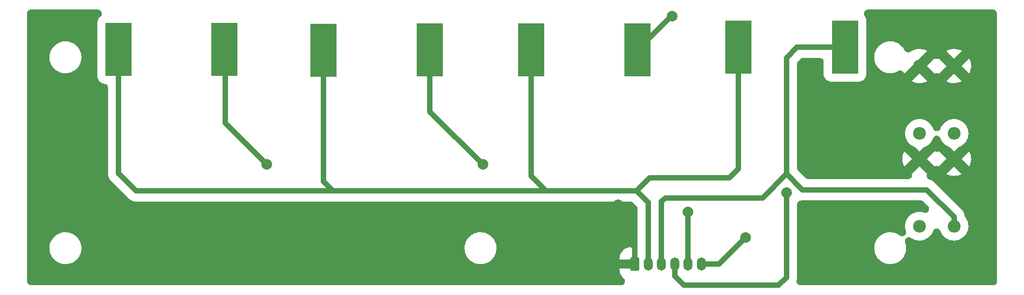
<source format=gbr>
%TF.GenerationSoftware,KiCad,Pcbnew,(6.0.7)*%
%TF.CreationDate,2022-09-07T14:12:01+02:00*%
%TF.ProjectId,Lunchbox_Sampler_FSR_PCB,4c756e63-6862-46f7-985f-53616d706c65,rev?*%
%TF.SameCoordinates,Original*%
%TF.FileFunction,Copper,L1,Top*%
%TF.FilePolarity,Positive*%
%FSLAX46Y46*%
G04 Gerber Fmt 4.6, Leading zero omitted, Abs format (unit mm)*
G04 Created by KiCad (PCBNEW (6.0.7)) date 2022-09-07 14:12:01*
%MOMM*%
%LPD*%
G01*
G04 APERTURE LIST*
G04 Aperture macros list*
%AMRoundRect*
0 Rectangle with rounded corners*
0 $1 Rounding radius*
0 $2 $3 $4 $5 $6 $7 $8 $9 X,Y pos of 4 corners*
0 Add a 4 corners polygon primitive as box body*
4,1,4,$2,$3,$4,$5,$6,$7,$8,$9,$2,$3,0*
0 Add four circle primitives for the rounded corners*
1,1,$1+$1,$2,$3*
1,1,$1+$1,$4,$5*
1,1,$1+$1,$6,$7*
1,1,$1+$1,$8,$9*
0 Add four rect primitives between the rounded corners*
20,1,$1+$1,$2,$3,$4,$5,0*
20,1,$1+$1,$4,$5,$6,$7,0*
20,1,$1+$1,$6,$7,$8,$9,0*
20,1,$1+$1,$8,$9,$2,$3,0*%
G04 Aperture macros list end*
%TA.AperFunction,SMDPad,CuDef*%
%ADD10R,5.000000X10.000000*%
%TD*%
%TA.AperFunction,ComponentPad*%
%ADD11C,2.400000*%
%TD*%
%TA.AperFunction,ComponentPad*%
%ADD12O,2.400000X2.400000*%
%TD*%
%TA.AperFunction,ComponentPad*%
%ADD13RoundRect,0.250000X-0.600000X-1.000000X0.600000X-1.000000X0.600000X1.000000X-0.600000X1.000000X0*%
%TD*%
%TA.AperFunction,ComponentPad*%
%ADD14O,1.700000X2.500000*%
%TD*%
%TA.AperFunction,ViaPad*%
%ADD15C,2.000000*%
%TD*%
%TA.AperFunction,Conductor*%
%ADD16C,1.000000*%
%TD*%
G04 APERTURE END LIST*
D10*
%TO.P,H13,1,1*%
%TO.N,Net-(H13-Pad1)*%
X151000000Y-115600000D03*
%TD*%
%TO.P,H14,1,1*%
%TO.N,Net-(H14-Pad1)*%
X190000000Y-115100000D03*
%TD*%
%TO.P,H5V1,1,1*%
%TO.N,Net-(H5V1-Pad1)*%
X53500000Y-115500000D03*
%TD*%
D11*
%TO.P,R4,1*%
%TO.N,GND*%
X210500000Y-136150000D03*
D12*
%TO.P,R4,2*%
%TO.N,Net-(H14-Pad1)*%
X210500000Y-148850000D03*
%TD*%
D10*
%TO.P,H12,1,1*%
%TO.N,Net-(H12-Pad1)*%
X112000000Y-115600000D03*
%TD*%
%TO.P,H5V3,1,1*%
%TO.N,Net-(H5V1-Pad1)*%
X131000000Y-115600000D03*
%TD*%
%TO.P,H11,1,1*%
%TO.N,Net-(H11-Pad1)*%
X73400000Y-115500000D03*
%TD*%
D11*
%TO.P,R1,1*%
%TO.N,GND*%
X204000000Y-118650000D03*
D12*
%TO.P,R1,2*%
%TO.N,Net-(H13-Pad1)*%
X204000000Y-131350000D03*
%TD*%
D13*
%TO.P,J?3=FSR4;6=FSR1,1,1*%
%TO.N,GND*%
X150500000Y-156000000D03*
D14*
%TO.P,J?3=FSR4;6=FSR1,2,2*%
%TO.N,Net-(H5V1-Pad1)*%
X153000000Y-156000000D03*
%TO.P,J?3=FSR4;6=FSR1,3,3*%
%TO.N,Net-(H14-Pad1)*%
X155500000Y-156000000D03*
%TO.P,J?3=FSR4;6=FSR1,4,4*%
%TO.N,Net-(H13-Pad1)*%
X158000000Y-156000000D03*
%TO.P,J?3=FSR4;6=FSR1,5,5*%
%TO.N,Net-(H12-Pad1)*%
X160500000Y-156000000D03*
%TO.P,J?3=FSR4;6=FSR1,6,6*%
%TO.N,Net-(H11-Pad1)*%
X163000000Y-156000000D03*
%TD*%
D11*
%TO.P,R3,1*%
%TO.N,GND*%
X204000000Y-136150000D03*
D12*
%TO.P,R3,2*%
%TO.N,Net-(H12-Pad1)*%
X204000000Y-148850000D03*
%TD*%
D10*
%TO.P,H5V2,1,1*%
%TO.N,Net-(H5V1-Pad1)*%
X92000000Y-115700000D03*
%TD*%
D11*
%TO.P,R2,1*%
%TO.N,GND*%
X210500000Y-118650000D03*
D12*
%TO.P,R2,2*%
%TO.N,Net-(H11-Pad1)*%
X210500000Y-131350000D03*
%TD*%
D10*
%TO.P,H5V4,1,1*%
%TO.N,Net-(H5V1-Pad1)*%
X170000000Y-115100000D03*
%TD*%
D15*
%TO.N,Net-(H11-Pad1)*%
X171320000Y-151000000D03*
X81280000Y-137160000D03*
%TO.N,Net-(H12-Pad1)*%
X160500000Y-146160000D03*
X121920000Y-137160000D03*
%TO.N,Net-(H13-Pad1)*%
X157480000Y-109220000D03*
X179000000Y-142500000D03*
%TO.N,GND*%
X147320000Y-144780000D03*
%TD*%
D16*
%TO.N,Net-(H11-Pad1)*%
X81280000Y-137160000D02*
X73500000Y-129380000D01*
X73500000Y-129380000D02*
X73500000Y-115600000D01*
%TO.N,Net-(H12-Pad1)*%
X112000000Y-115600000D02*
X112000000Y-127240000D01*
X112000000Y-127240000D02*
X121920000Y-137160000D01*
%TO.N,Net-(H11-Pad1)*%
X171320000Y-151000000D02*
X166320000Y-156000000D01*
X166320000Y-156000000D02*
X163000000Y-156000000D01*
%TO.N,Net-(H12-Pad1)*%
X160500000Y-146160000D02*
X160500000Y-156000000D01*
%TO.N,Net-(H14-Pad1)*%
X210500000Y-147110000D02*
X210500000Y-148850000D01*
X179000000Y-139000000D02*
X174500000Y-143500000D01*
X156220000Y-143500000D02*
X155500000Y-144220000D01*
X179000000Y-139000000D02*
X182000000Y-142000000D01*
X205390000Y-142000000D02*
X210500000Y-147110000D01*
X179000000Y-117100000D02*
X181000000Y-115100000D01*
X188500000Y-115100000D02*
X190000000Y-115100000D01*
X182000000Y-142000000D02*
X205390000Y-142000000D01*
X155500000Y-144220000D02*
X155500000Y-156000000D01*
X174500000Y-143500000D02*
X156220000Y-143500000D01*
X179000000Y-139000000D02*
X179000000Y-117100000D01*
X181000000Y-115100000D02*
X190000000Y-115100000D01*
%TO.N,Net-(H5V1-Pad1)*%
X53500000Y-115500000D02*
X53500000Y-138900000D01*
X153300000Y-139700000D02*
X150800000Y-142200000D01*
X131000000Y-139400000D02*
X133800000Y-142200000D01*
X53500000Y-138900000D02*
X56800000Y-142200000D01*
X92000000Y-115700000D02*
X92000000Y-140400000D01*
X92000000Y-140400000D02*
X93800000Y-142200000D01*
X153000000Y-144400000D02*
X150800000Y-142200000D01*
X168300000Y-139700000D02*
X153300000Y-139700000D01*
X56800000Y-142200000D02*
X93800000Y-142200000D01*
X153000000Y-156000000D02*
X153000000Y-144400000D01*
X93800000Y-142200000D02*
X150800000Y-142200000D01*
X170000000Y-115100000D02*
X170000000Y-138000000D01*
X170000000Y-138000000D02*
X168300000Y-139700000D01*
X131000000Y-115600000D02*
X131000000Y-139400000D01*
%TO.N,Net-(H13-Pad1)*%
X157380000Y-109220000D02*
X151000000Y-115600000D01*
X179000000Y-142500000D02*
X179000000Y-158500000D01*
X158000000Y-158270000D02*
X158000000Y-156000000D01*
X179000000Y-158500000D02*
X177500000Y-160000000D01*
X177500000Y-160000000D02*
X159730000Y-160000000D01*
X159730000Y-160000000D02*
X158000000Y-158270000D01*
X157480000Y-109220000D02*
X157380000Y-109220000D01*
%TO.N,GND*%
X150500000Y-156000000D02*
X150500000Y-147960000D01*
X150500000Y-147960000D02*
X147320000Y-144780000D01*
%TD*%
%TA.AperFunction,Conductor*%
%TO.N,GND*%
G36*
X218003231Y-108020689D02*
G01*
X218166651Y-108080169D01*
X218311948Y-108175733D01*
X218431290Y-108302228D01*
X218518244Y-108452836D01*
X218568121Y-108619438D01*
X218579500Y-108749500D01*
X218579500Y-159250500D01*
X218559311Y-159423231D01*
X218499831Y-159586651D01*
X218404267Y-159731948D01*
X218277772Y-159851290D01*
X218127164Y-159938244D01*
X217960562Y-159988121D01*
X217830500Y-159999500D01*
X181646736Y-159999500D01*
X181474005Y-159979311D01*
X181310585Y-159919831D01*
X181165288Y-159824267D01*
X181045946Y-159697772D01*
X180958992Y-159547164D01*
X180909115Y-159380562D01*
X180899003Y-159206950D01*
X180919820Y-159069961D01*
X180920494Y-159067247D01*
X180925971Y-159045197D01*
X180935278Y-159011177D01*
X180957309Y-158937511D01*
X180961248Y-158911308D01*
X180965783Y-158891021D01*
X180969359Y-158870530D01*
X180975745Y-158844823D01*
X180983575Y-158768396D01*
X180988000Y-158733375D01*
X180995489Y-158683563D01*
X180995490Y-158683551D01*
X180999428Y-158657358D01*
X180999786Y-158611754D01*
X180999851Y-158609538D01*
X181000500Y-158603210D01*
X181000500Y-158523758D01*
X181000523Y-158517878D01*
X181001498Y-158393743D01*
X181001498Y-158393731D01*
X181001652Y-158374067D01*
X181000643Y-158366556D01*
X181000500Y-158362002D01*
X181000500Y-144741537D01*
X181020689Y-144568806D01*
X181080169Y-144405386D01*
X181175733Y-144260089D01*
X181302228Y-144140747D01*
X181452836Y-144053793D01*
X181619438Y-144003916D01*
X181808275Y-143994847D01*
X181816452Y-143995491D01*
X181842642Y-143999428D01*
X181876695Y-143999696D01*
X181888264Y-143999787D01*
X181890458Y-143999852D01*
X181896790Y-144000500D01*
X181976176Y-144000500D01*
X181982060Y-144000523D01*
X182125933Y-144001653D01*
X182133451Y-144000643D01*
X182138009Y-144000500D01*
X204251119Y-144000500D01*
X204423850Y-144020689D01*
X204587270Y-144080169D01*
X204732567Y-144175733D01*
X204780742Y-144219877D01*
X205602669Y-145041804D01*
X205710532Y-145178220D01*
X205784029Y-145335833D01*
X205819196Y-145506147D01*
X205814138Y-145679981D01*
X205769127Y-145847962D01*
X205686591Y-146001036D01*
X205570978Y-146130949D01*
X205428522Y-146230698D01*
X205266901Y-146294905D01*
X205094830Y-146320110D01*
X204921585Y-146304953D01*
X204847193Y-146285564D01*
X204844344Y-146284663D01*
X204659085Y-146226073D01*
X204533569Y-146202470D01*
X204361248Y-146170065D01*
X204361241Y-146170064D01*
X204339081Y-146165897D01*
X204014166Y-146144601D01*
X203991635Y-146145841D01*
X203991634Y-146145841D01*
X203711570Y-146161254D01*
X203711564Y-146161255D01*
X203689045Y-146162494D01*
X203547695Y-146187545D01*
X203390631Y-146215380D01*
X203390627Y-146215381D01*
X203368429Y-146219315D01*
X203056961Y-146314244D01*
X203036337Y-146323362D01*
X203036331Y-146323364D01*
X202960766Y-146356771D01*
X202759153Y-146445903D01*
X202575339Y-146555260D01*
X202539884Y-146576354D01*
X202479319Y-146612386D01*
X202461461Y-146626163D01*
X202461460Y-146626164D01*
X202260889Y-146780904D01*
X202221513Y-146811282D01*
X201989469Y-147039710D01*
X201786548Y-147294360D01*
X201615690Y-147571544D01*
X201479369Y-147867247D01*
X201472459Y-147888703D01*
X201472458Y-147888707D01*
X201463915Y-147915236D01*
X201379560Y-148177185D01*
X201317709Y-148496870D01*
X201294712Y-148821669D01*
X201295833Y-148844188D01*
X201295833Y-148844192D01*
X201298533Y-148898420D01*
X201310902Y-149146879D01*
X201314721Y-149169106D01*
X201314722Y-149169112D01*
X201325391Y-149231199D01*
X201366045Y-149467789D01*
X201372511Y-149489409D01*
X201372511Y-149489410D01*
X201458786Y-149777893D01*
X201488935Y-149949167D01*
X201478773Y-150122777D01*
X201428848Y-150289363D01*
X201341850Y-150439946D01*
X201222471Y-150566407D01*
X201077146Y-150661928D01*
X200913710Y-150721361D01*
X200740973Y-150741500D01*
X200568247Y-150721260D01*
X200404845Y-150661733D01*
X200279029Y-150581913D01*
X200232315Y-150545284D01*
X200232298Y-150545272D01*
X200215328Y-150531966D01*
X200036858Y-150422600D01*
X199938697Y-150362447D01*
X199938695Y-150362446D01*
X199920291Y-150351168D01*
X199606430Y-150205478D01*
X199277903Y-150096828D01*
X199256782Y-150092454D01*
X198960192Y-150031033D01*
X198960189Y-150031033D01*
X198939065Y-150026658D01*
X198917579Y-150024740D01*
X198917576Y-150024740D01*
X198841925Y-150017988D01*
X198634767Y-149999500D01*
X198411811Y-149999500D01*
X198401059Y-150000120D01*
X198401058Y-150000120D01*
X198176083Y-150013092D01*
X198176079Y-150013092D01*
X198154547Y-150014334D01*
X197813672Y-150073826D01*
X197792983Y-150079954D01*
X197792976Y-150079956D01*
X197664532Y-150118003D01*
X197481894Y-150172103D01*
X197462047Y-150180569D01*
X197462040Y-150180571D01*
X197206981Y-150289363D01*
X197163611Y-150307862D01*
X196863041Y-150479304D01*
X196845646Y-150492082D01*
X196601553Y-150671386D01*
X196601548Y-150671390D01*
X196584168Y-150684157D01*
X196568372Y-150698835D01*
X196568369Y-150698838D01*
X196518180Y-150745477D01*
X196330688Y-150919705D01*
X196105962Y-151182826D01*
X195912967Y-151470033D01*
X195903071Y-151489206D01*
X195771884Y-151743375D01*
X195754261Y-151777518D01*
X195631950Y-152101207D01*
X195547652Y-152436810D01*
X195544835Y-152458205D01*
X195544834Y-152458212D01*
X195511016Y-152715094D01*
X195502487Y-152779876D01*
X195502148Y-152801442D01*
X195502148Y-152801444D01*
X195498447Y-153036986D01*
X195497051Y-153125861D01*
X195531419Y-153470177D01*
X195605133Y-153808261D01*
X195612122Y-153828674D01*
X195612123Y-153828678D01*
X195628963Y-153877864D01*
X195717217Y-154135633D01*
X195726505Y-154155106D01*
X195726508Y-154155113D01*
X195856899Y-154428482D01*
X195866186Y-154447952D01*
X196050064Y-154741079D01*
X196063549Y-154757911D01*
X196063554Y-154757918D01*
X196252925Y-154994291D01*
X196266415Y-155011129D01*
X196512371Y-155254523D01*
X196784672Y-155468034D01*
X196803070Y-155479308D01*
X197058257Y-155635686D01*
X197079709Y-155648832D01*
X197393570Y-155794522D01*
X197722097Y-155903172D01*
X197743217Y-155907546D01*
X197743218Y-155907546D01*
X198039808Y-155968967D01*
X198039811Y-155968967D01*
X198060935Y-155973342D01*
X198082421Y-155975260D01*
X198082424Y-155975260D01*
X198157464Y-155981957D01*
X198365233Y-156000500D01*
X198588189Y-156000500D01*
X198613874Y-155999019D01*
X198823917Y-155986908D01*
X198823921Y-155986908D01*
X198845453Y-155985666D01*
X199186328Y-155926174D01*
X199207017Y-155920046D01*
X199207024Y-155920044D01*
X199335468Y-155881997D01*
X199518106Y-155827897D01*
X199537953Y-155819431D01*
X199537960Y-155819429D01*
X199816536Y-155700606D01*
X199836389Y-155692138D01*
X200136959Y-155520696D01*
X200197802Y-155476002D01*
X200398447Y-155328614D01*
X200398452Y-155328610D01*
X200415832Y-155315843D01*
X200669312Y-155080295D01*
X200894038Y-154817174D01*
X201087033Y-154529967D01*
X201125220Y-154455981D01*
X201235844Y-154241654D01*
X201235847Y-154241647D01*
X201245739Y-154222482D01*
X201368050Y-153898793D01*
X201397858Y-153780123D01*
X201447090Y-153584124D01*
X201447091Y-153584119D01*
X201452348Y-153563190D01*
X201455166Y-153541788D01*
X201494697Y-153241517D01*
X201494698Y-153241510D01*
X201497513Y-153220124D01*
X201502949Y-152874139D01*
X201481136Y-152655603D01*
X201470725Y-152551302D01*
X201470725Y-152551301D01*
X201468581Y-152529823D01*
X201394867Y-152191739D01*
X201299546Y-151913327D01*
X201262697Y-151743375D01*
X201266036Y-151569500D01*
X201309383Y-151401081D01*
X201390401Y-151247199D01*
X201504724Y-151116149D01*
X201646187Y-151014996D01*
X201807164Y-150949193D01*
X201978977Y-150922288D01*
X202152364Y-150935731D01*
X202317977Y-150988797D01*
X202430992Y-151053826D01*
X202432792Y-151055276D01*
X202709078Y-151227583D01*
X202729499Y-151237127D01*
X202729506Y-151237131D01*
X202983627Y-151355900D01*
X203004063Y-151365451D01*
X203025496Y-151372477D01*
X203292040Y-151459855D01*
X203292046Y-151459857D01*
X203313474Y-151466881D01*
X203335594Y-151471281D01*
X203335598Y-151471282D01*
X203415393Y-151487154D01*
X203632830Y-151530405D01*
X203655335Y-151532117D01*
X203655336Y-151532117D01*
X203677133Y-151533775D01*
X203957505Y-151555102D01*
X203980050Y-151554098D01*
X203980052Y-151554098D01*
X204182139Y-151545098D01*
X204282795Y-151540615D01*
X204305045Y-151536912D01*
X204305051Y-151536911D01*
X204442697Y-151514000D01*
X204603989Y-151487154D01*
X204916434Y-151395493D01*
X204937159Y-151386589D01*
X205194871Y-151275867D01*
X205194876Y-151275864D01*
X205215604Y-151266959D01*
X205497165Y-151103415D01*
X205718783Y-150936111D01*
X205739037Y-150920821D01*
X205739039Y-150920820D01*
X205757040Y-150907230D01*
X205991464Y-150681245D01*
X206197040Y-150428733D01*
X206342176Y-150198708D01*
X206358750Y-150172440D01*
X206358753Y-150172435D01*
X206370792Y-150153354D01*
X206510202Y-149859095D01*
X206537999Y-149775777D01*
X206611817Y-149618313D01*
X206719958Y-149482118D01*
X206856593Y-149374532D01*
X207014355Y-149301357D01*
X207184741Y-149266537D01*
X207358564Y-149271949D01*
X207526453Y-149317301D01*
X207679358Y-149400149D01*
X207809036Y-149516026D01*
X207908494Y-149658686D01*
X207951883Y-149755419D01*
X207952878Y-149758137D01*
X207959341Y-149779749D01*
X208089439Y-150078242D01*
X208133595Y-150153354D01*
X208230712Y-150318555D01*
X208254455Y-150358944D01*
X208268133Y-150376866D01*
X208268136Y-150376871D01*
X208321062Y-150446220D01*
X208451998Y-150617788D01*
X208679208Y-150851025D01*
X208932792Y-151055276D01*
X209209078Y-151227583D01*
X209229499Y-151237127D01*
X209229506Y-151237131D01*
X209483627Y-151355900D01*
X209504063Y-151365451D01*
X209525496Y-151372477D01*
X209792040Y-151459855D01*
X209792046Y-151459857D01*
X209813474Y-151466881D01*
X209835594Y-151471281D01*
X209835598Y-151471282D01*
X209915393Y-151487154D01*
X210132830Y-151530405D01*
X210155335Y-151532117D01*
X210155336Y-151532117D01*
X210177133Y-151533775D01*
X210457505Y-151555102D01*
X210480050Y-151554098D01*
X210480052Y-151554098D01*
X210682139Y-151545098D01*
X210782795Y-151540615D01*
X210805045Y-151536912D01*
X210805051Y-151536911D01*
X210942697Y-151514000D01*
X211103989Y-151487154D01*
X211416434Y-151395493D01*
X211437159Y-151386589D01*
X211694871Y-151275867D01*
X211694876Y-151275864D01*
X211715604Y-151266959D01*
X211997165Y-151103415D01*
X212218783Y-150936111D01*
X212239037Y-150920821D01*
X212239039Y-150920820D01*
X212257040Y-150907230D01*
X212491464Y-150681245D01*
X212697040Y-150428733D01*
X212842176Y-150198708D01*
X212858750Y-150172440D01*
X212858753Y-150172435D01*
X212870792Y-150153354D01*
X213010202Y-149859095D01*
X213044791Y-149755419D01*
X213106116Y-149571606D01*
X213106118Y-149571597D01*
X213113251Y-149550218D01*
X213121635Y-149509195D01*
X213160850Y-149317301D01*
X213178446Y-149231199D01*
X213204843Y-148906658D01*
X213205436Y-148850000D01*
X213185841Y-148524977D01*
X213127342Y-148204663D01*
X213030784Y-147893696D01*
X213018925Y-147867247D01*
X212906802Y-147617178D01*
X212906799Y-147617173D01*
X212897567Y-147596582D01*
X212729621Y-147317624D01*
X212636935Y-147198778D01*
X212546631Y-147050155D01*
X212493035Y-146884712D01*
X212487268Y-146850944D01*
X212485601Y-146827407D01*
X212480027Y-146801516D01*
X212477093Y-146780904D01*
X212473197Y-146760480D01*
X212470085Y-146734186D01*
X212450389Y-146659901D01*
X212442153Y-146625594D01*
X212431552Y-146576354D01*
X212431549Y-146576344D01*
X212425975Y-146550453D01*
X212416808Y-146525604D01*
X212411011Y-146505652D01*
X212404267Y-146485954D01*
X212397478Y-146460348D01*
X212387153Y-146435964D01*
X212387150Y-146435956D01*
X212367509Y-146389572D01*
X212354522Y-146356771D01*
X212327920Y-146284663D01*
X212315348Y-146261362D01*
X212306798Y-146242425D01*
X212297337Y-146223856D01*
X212287011Y-146199473D01*
X212269306Y-146170065D01*
X212247382Y-146133649D01*
X212229904Y-146103008D01*
X212193393Y-146035340D01*
X212177654Y-146014031D01*
X212166522Y-145996490D01*
X212154552Y-145979459D01*
X212140889Y-145956764D01*
X212092365Y-145897161D01*
X212070760Y-145869307D01*
X212040816Y-145828767D01*
X212040815Y-145828766D01*
X212025078Y-145807460D01*
X211993057Y-145774932D01*
X211991572Y-145773357D01*
X211987547Y-145768413D01*
X211931364Y-145712230D01*
X211927222Y-145708055D01*
X211840146Y-145619601D01*
X211826334Y-145605570D01*
X211820305Y-145600969D01*
X211816985Y-145597851D01*
X206830539Y-140611405D01*
X206818207Y-140598779D01*
X206758079Y-140535748D01*
X206758076Y-140535746D01*
X206739801Y-140516588D01*
X206719011Y-140500199D01*
X206719005Y-140500193D01*
X206679435Y-140468999D01*
X206652244Y-140446505D01*
X206614204Y-140413496D01*
X206594209Y-140396145D01*
X206571965Y-140381783D01*
X206555337Y-140369298D01*
X206538123Y-140357599D01*
X206517320Y-140341199D01*
X206450870Y-140302602D01*
X206420776Y-140284160D01*
X206378465Y-140256840D01*
X206378461Y-140256838D01*
X206356211Y-140242471D01*
X206332157Y-140231382D01*
X206313925Y-140221359D01*
X206295241Y-140212206D01*
X206272346Y-140198907D01*
X206247809Y-140188968D01*
X206247802Y-140188965D01*
X206201125Y-140170059D01*
X206168737Y-140156044D01*
X206098933Y-140123864D01*
X206073561Y-140116276D01*
X206054111Y-140108927D01*
X206034318Y-140102496D01*
X206009768Y-140092552D01*
X205935185Y-140074026D01*
X205901129Y-140064708D01*
X205891520Y-140061834D01*
X205731817Y-139992995D01*
X205592295Y-139889182D01*
X205480475Y-139755990D01*
X205402384Y-139600602D01*
X205362234Y-139431393D01*
X205362189Y-139257486D01*
X205402250Y-139088256D01*
X205433931Y-139018820D01*
X205436404Y-139010041D01*
X209060589Y-139010041D01*
X209061083Y-139010595D01*
X209070197Y-139017179D01*
X209074147Y-139019175D01*
X209363655Y-139145658D01*
X209402787Y-139160211D01*
X209704652Y-139253655D01*
X209745168Y-139263757D01*
X210055564Y-139322967D01*
X210096980Y-139328493D01*
X210412007Y-139352733D01*
X210453794Y-139353609D01*
X210769578Y-139342581D01*
X210811176Y-139338795D01*
X211123769Y-139292636D01*
X211164682Y-139284238D01*
X211470196Y-139203517D01*
X211509915Y-139190611D01*
X211804506Y-139076347D01*
X211842558Y-139059086D01*
X211903920Y-139027007D01*
X211934791Y-139005974D01*
X211910030Y-138974244D01*
X210530847Y-137595061D01*
X210499471Y-137570253D01*
X210493220Y-137573624D01*
X210476879Y-137587335D01*
X209084828Y-138979386D01*
X209060589Y-139010041D01*
X205436404Y-139010041D01*
X205436818Y-139008573D01*
X205410030Y-138974244D01*
X204030847Y-137595061D01*
X203999471Y-137570253D01*
X203993220Y-137573624D01*
X203976879Y-137587335D01*
X202584828Y-138979386D01*
X202559532Y-139011379D01*
X202571660Y-139056641D01*
X202596865Y-139228712D01*
X202581709Y-139401958D01*
X202527008Y-139567038D01*
X202435711Y-139715054D01*
X202312741Y-139838025D01*
X202164726Y-139929323D01*
X201999646Y-139984025D01*
X201848182Y-139999500D01*
X183138880Y-139999500D01*
X182966149Y-139979311D01*
X182802729Y-139919831D01*
X182657432Y-139824267D01*
X182609257Y-139780123D01*
X181219877Y-138390743D01*
X181112014Y-138254327D01*
X181038517Y-138096714D01*
X181003350Y-137926400D01*
X181000500Y-137861120D01*
X181000500Y-136126157D01*
X200796146Y-136126157D01*
X200809378Y-136441859D01*
X200813454Y-136483427D01*
X200861796Y-136795696D01*
X200870480Y-136836550D01*
X200953327Y-137141476D01*
X200966516Y-137181123D01*
X201082833Y-137474910D01*
X201100356Y-137512832D01*
X201122433Y-137554352D01*
X201143871Y-137585352D01*
X201174535Y-137561251D01*
X202554939Y-136180847D01*
X202578910Y-136150529D01*
X205420253Y-136150529D01*
X205423624Y-136156780D01*
X205437335Y-136173121D01*
X206828585Y-137564371D01*
X206859961Y-137589179D01*
X206898119Y-137568605D01*
X207059739Y-137504399D01*
X207231811Y-137479196D01*
X207405056Y-137494354D01*
X207570136Y-137549057D01*
X207612892Y-137570686D01*
X207642167Y-137586691D01*
X207674535Y-137561251D01*
X209054939Y-136180847D01*
X209078910Y-136150529D01*
X211920253Y-136150529D01*
X211923624Y-136156780D01*
X211937335Y-136173121D01*
X213328585Y-137564371D01*
X213358363Y-137587916D01*
X213370226Y-137570974D01*
X213487648Y-137307243D01*
X213502482Y-137268192D01*
X213598025Y-136967000D01*
X213608414Y-136926537D01*
X213669785Y-136616592D01*
X213675603Y-136575197D01*
X213702697Y-136252536D01*
X213703975Y-136226404D01*
X213704859Y-136163082D01*
X213704312Y-136136935D01*
X213686236Y-135813625D01*
X213681579Y-135772109D01*
X213628886Y-135460567D01*
X213619626Y-135419810D01*
X213532534Y-135116084D01*
X213518792Y-135076622D01*
X213398382Y-134784485D01*
X213380334Y-134746817D01*
X213379023Y-134744433D01*
X213356783Y-134713215D01*
X213328242Y-134735972D01*
X211945061Y-136119153D01*
X211920253Y-136150529D01*
X209078910Y-136150529D01*
X209079747Y-136149471D01*
X209076376Y-136143220D01*
X209062665Y-136126879D01*
X207671467Y-134735681D01*
X207640091Y-134710873D01*
X207603903Y-134730385D01*
X207442282Y-134794592D01*
X207270211Y-134819796D01*
X207096966Y-134804638D01*
X206931886Y-134749936D01*
X206898335Y-134733257D01*
X206858237Y-134712056D01*
X206828242Y-134735972D01*
X205445061Y-136119153D01*
X205420253Y-136150529D01*
X202578910Y-136150529D01*
X202579747Y-136149471D01*
X202576376Y-136143220D01*
X202562665Y-136126879D01*
X201171467Y-134735681D01*
X201140924Y-134711531D01*
X201128680Y-134728612D01*
X201120966Y-134744151D01*
X200996489Y-135034580D01*
X200982198Y-135073844D01*
X200890871Y-135376333D01*
X200881047Y-135416938D01*
X200824008Y-135727723D01*
X200818771Y-135769176D01*
X200796730Y-136084374D01*
X200796146Y-136126157D01*
X181000500Y-136126157D01*
X181000500Y-131321669D01*
X201294712Y-131321669D01*
X201295833Y-131344188D01*
X201295833Y-131344192D01*
X201298943Y-131406658D01*
X201310902Y-131646879D01*
X201314721Y-131669106D01*
X201314722Y-131669112D01*
X201325391Y-131731199D01*
X201366045Y-131967789D01*
X201372511Y-131989409D01*
X201372511Y-131989410D01*
X201452065Y-132255419D01*
X201459341Y-132279749D01*
X201589439Y-132578242D01*
X201754455Y-132858944D01*
X201768133Y-132876866D01*
X201768136Y-132876871D01*
X201807716Y-132928733D01*
X201951998Y-133117788D01*
X202179208Y-133351025D01*
X202432792Y-133555276D01*
X202709078Y-133727583D01*
X202729499Y-133737127D01*
X202729506Y-133737131D01*
X202983627Y-133855900D01*
X203004063Y-133865451D01*
X203025495Y-133872477D01*
X203046474Y-133880783D01*
X203045806Y-133882470D01*
X203178879Y-133944005D01*
X203317338Y-134053124D01*
X203969153Y-134704939D01*
X204000529Y-134729747D01*
X204006780Y-134726376D01*
X204023121Y-134712665D01*
X204681330Y-134054456D01*
X204817746Y-133946593D01*
X204917695Y-133898429D01*
X204916434Y-133895493D01*
X205194871Y-133775867D01*
X205194876Y-133775864D01*
X205215604Y-133766959D01*
X205497165Y-133603415D01*
X205757040Y-133407230D01*
X205991464Y-133181245D01*
X206197040Y-132928733D01*
X206370792Y-132653354D01*
X206510202Y-132359095D01*
X206537999Y-132275777D01*
X206611817Y-132118313D01*
X206719958Y-131982118D01*
X206856593Y-131874532D01*
X207014355Y-131801357D01*
X207184741Y-131766537D01*
X207358564Y-131771949D01*
X207526453Y-131817301D01*
X207679358Y-131900149D01*
X207809036Y-132016026D01*
X207908494Y-132158686D01*
X207951883Y-132255419D01*
X207952877Y-132258136D01*
X207959341Y-132279749D01*
X208089439Y-132578242D01*
X208254455Y-132858944D01*
X208268133Y-132876866D01*
X208268136Y-132876871D01*
X208307716Y-132928733D01*
X208451998Y-133117788D01*
X208679208Y-133351025D01*
X208932792Y-133555276D01*
X209209078Y-133727583D01*
X209229499Y-133737127D01*
X209229506Y-133737131D01*
X209483627Y-133855900D01*
X209504063Y-133865451D01*
X209525495Y-133872477D01*
X209546474Y-133880783D01*
X209545806Y-133882470D01*
X209678879Y-133944005D01*
X209817338Y-134053124D01*
X210469153Y-134704939D01*
X210500529Y-134729747D01*
X210506780Y-134726376D01*
X210523121Y-134712665D01*
X211181330Y-134054456D01*
X211317746Y-133946593D01*
X211417695Y-133898429D01*
X211416434Y-133895493D01*
X211694871Y-133775867D01*
X211694876Y-133775864D01*
X211715604Y-133766959D01*
X211997165Y-133603415D01*
X212257040Y-133407230D01*
X212491464Y-133181245D01*
X212697040Y-132928733D01*
X212870792Y-132653354D01*
X213010202Y-132359095D01*
X213044791Y-132255419D01*
X213106116Y-132071606D01*
X213106118Y-132071597D01*
X213113251Y-132050218D01*
X213178446Y-131731199D01*
X213204843Y-131406658D01*
X213205436Y-131350000D01*
X213185841Y-131024977D01*
X213127342Y-130704663D01*
X213030784Y-130393696D01*
X213018925Y-130367247D01*
X212906802Y-130117178D01*
X212906799Y-130117173D01*
X212897567Y-130096582D01*
X212729621Y-129817624D01*
X212529377Y-129560863D01*
X212415957Y-129446847D01*
X212315650Y-129346013D01*
X212315645Y-129346009D01*
X212299738Y-129330018D01*
X212044029Y-129128433D01*
X211765954Y-128959029D01*
X211745421Y-128949693D01*
X211745415Y-128949690D01*
X211490085Y-128833598D01*
X211490080Y-128833596D01*
X211469542Y-128824258D01*
X211159085Y-128726073D01*
X211073222Y-128709927D01*
X210861248Y-128670065D01*
X210861241Y-128670064D01*
X210839081Y-128665897D01*
X210514166Y-128644601D01*
X210491635Y-128645841D01*
X210491634Y-128645841D01*
X210211570Y-128661254D01*
X210211564Y-128661255D01*
X210189045Y-128662494D01*
X210047695Y-128687545D01*
X209890631Y-128715380D01*
X209890627Y-128715381D01*
X209868429Y-128719315D01*
X209556961Y-128814244D01*
X209536337Y-128823362D01*
X209536331Y-128823364D01*
X209353922Y-128904006D01*
X209259153Y-128945903D01*
X208979319Y-129112386D01*
X208961461Y-129126163D01*
X208961460Y-129126164D01*
X208940417Y-129142399D01*
X208721513Y-129311282D01*
X208489469Y-129539710D01*
X208286548Y-129794360D01*
X208115690Y-130071544D01*
X208106249Y-130092023D01*
X208106248Y-130092025D01*
X208004278Y-130313216D01*
X207979369Y-130367247D01*
X207972460Y-130388702D01*
X207972454Y-130388717D01*
X207963652Y-130416050D01*
X207891486Y-130574277D01*
X207784775Y-130711596D01*
X207649273Y-130820605D01*
X207492285Y-130895426D01*
X207322273Y-130932026D01*
X207148402Y-130928433D01*
X206980048Y-130884839D01*
X206826285Y-130803595D01*
X206695402Y-130689081D01*
X206594457Y-130547469D01*
X206546969Y-130435770D01*
X206545449Y-130436345D01*
X206537472Y-130415235D01*
X206530784Y-130393696D01*
X206518925Y-130367247D01*
X206406802Y-130117178D01*
X206406799Y-130117173D01*
X206397567Y-130096582D01*
X206229621Y-129817624D01*
X206029377Y-129560863D01*
X205915957Y-129446847D01*
X205815650Y-129346013D01*
X205815645Y-129346009D01*
X205799738Y-129330018D01*
X205544029Y-129128433D01*
X205265954Y-128959029D01*
X205245421Y-128949693D01*
X205245415Y-128949690D01*
X204990085Y-128833598D01*
X204990080Y-128833596D01*
X204969542Y-128824258D01*
X204659085Y-128726073D01*
X204573222Y-128709927D01*
X204361248Y-128670065D01*
X204361241Y-128670064D01*
X204339081Y-128665897D01*
X204014166Y-128644601D01*
X203991635Y-128645841D01*
X203991634Y-128645841D01*
X203711570Y-128661254D01*
X203711564Y-128661255D01*
X203689045Y-128662494D01*
X203547695Y-128687545D01*
X203390631Y-128715380D01*
X203390627Y-128715381D01*
X203368429Y-128719315D01*
X203056961Y-128814244D01*
X203036337Y-128823362D01*
X203036331Y-128823364D01*
X202853922Y-128904006D01*
X202759153Y-128945903D01*
X202479319Y-129112386D01*
X202461461Y-129126163D01*
X202461460Y-129126164D01*
X202440417Y-129142399D01*
X202221513Y-129311282D01*
X201989469Y-129539710D01*
X201786548Y-129794360D01*
X201615690Y-130071544D01*
X201606249Y-130092023D01*
X201606248Y-130092025D01*
X201504278Y-130313216D01*
X201479369Y-130367247D01*
X201472459Y-130388703D01*
X201472458Y-130388707D01*
X201457117Y-130436345D01*
X201379560Y-130677185D01*
X201317709Y-130996870D01*
X201294712Y-131321669D01*
X181000500Y-131321669D01*
X181000500Y-118238881D01*
X181020689Y-118066150D01*
X181080169Y-117902730D01*
X181175733Y-117757433D01*
X181219876Y-117709259D01*
X181609256Y-117319878D01*
X181745672Y-117212014D01*
X181903285Y-117138518D01*
X182073599Y-117103350D01*
X182138880Y-117100500D01*
X185250500Y-117100500D01*
X185423231Y-117120689D01*
X185586651Y-117180169D01*
X185731948Y-117275733D01*
X185851290Y-117402228D01*
X185938244Y-117552836D01*
X185988121Y-117719438D01*
X185999500Y-117849500D01*
X185999500Y-120179532D01*
X186006897Y-120293920D01*
X186058619Y-120535179D01*
X186069883Y-120563774D01*
X186069884Y-120563778D01*
X186131727Y-120720775D01*
X186149049Y-120764750D01*
X186275761Y-120976469D01*
X186295638Y-120999907D01*
X186295640Y-120999910D01*
X186415468Y-121141206D01*
X186435350Y-121164650D01*
X186458794Y-121184532D01*
X186519658Y-121236148D01*
X186623531Y-121324239D01*
X186649900Y-121340021D01*
X186649902Y-121340022D01*
X186700932Y-121370563D01*
X186835250Y-121450951D01*
X186863848Y-121462216D01*
X186863852Y-121462218D01*
X187036222Y-121530116D01*
X187036226Y-121530117D01*
X187064821Y-121541381D01*
X187094876Y-121547824D01*
X187094875Y-121547824D01*
X187279225Y-121587346D01*
X187279229Y-121587347D01*
X187306080Y-121593103D01*
X187420468Y-121600500D01*
X192579532Y-121600500D01*
X192693920Y-121593103D01*
X192720771Y-121587347D01*
X192720775Y-121587346D01*
X192905125Y-121547824D01*
X192905124Y-121547824D01*
X192935179Y-121541381D01*
X192963774Y-121530117D01*
X192963778Y-121530116D01*
X193014742Y-121510041D01*
X202560589Y-121510041D01*
X202561083Y-121510595D01*
X202570197Y-121517179D01*
X202574147Y-121519175D01*
X202863655Y-121645658D01*
X202902787Y-121660211D01*
X203204652Y-121753655D01*
X203245168Y-121763757D01*
X203555564Y-121822967D01*
X203596980Y-121828493D01*
X203912007Y-121852733D01*
X203953794Y-121853609D01*
X204269578Y-121842581D01*
X204311176Y-121838795D01*
X204623769Y-121792636D01*
X204664682Y-121784238D01*
X204970196Y-121703517D01*
X205009915Y-121690611D01*
X205304506Y-121576347D01*
X205342558Y-121559086D01*
X205403920Y-121527007D01*
X205428822Y-121510041D01*
X209060589Y-121510041D01*
X209061083Y-121510595D01*
X209070197Y-121517179D01*
X209074147Y-121519175D01*
X209363655Y-121645658D01*
X209402787Y-121660211D01*
X209704652Y-121753655D01*
X209745168Y-121763757D01*
X210055564Y-121822967D01*
X210096980Y-121828493D01*
X210412007Y-121852733D01*
X210453794Y-121853609D01*
X210769578Y-121842581D01*
X210811176Y-121838795D01*
X211123769Y-121792636D01*
X211164682Y-121784238D01*
X211470196Y-121703517D01*
X211509915Y-121690611D01*
X211804506Y-121576347D01*
X211842558Y-121559086D01*
X211903920Y-121527007D01*
X211934791Y-121505974D01*
X211910030Y-121474244D01*
X210530847Y-120095061D01*
X210499471Y-120070253D01*
X210493220Y-120073624D01*
X210476879Y-120087335D01*
X209084828Y-121479386D01*
X209060589Y-121510041D01*
X205428822Y-121510041D01*
X205434791Y-121505974D01*
X205410030Y-121474244D01*
X204030847Y-120095061D01*
X203999471Y-120070253D01*
X203993220Y-120073624D01*
X203976879Y-120087335D01*
X202584828Y-121479386D01*
X202560589Y-121510041D01*
X193014742Y-121510041D01*
X193136148Y-121462218D01*
X193136152Y-121462216D01*
X193164750Y-121450951D01*
X193299068Y-121370563D01*
X193350098Y-121340022D01*
X193350100Y-121340021D01*
X193376469Y-121324239D01*
X193480343Y-121236148D01*
X193541206Y-121184532D01*
X193564650Y-121164650D01*
X193584532Y-121141206D01*
X193704360Y-120999910D01*
X193704362Y-120999907D01*
X193724239Y-120976469D01*
X193850951Y-120764750D01*
X193868274Y-120720775D01*
X193930116Y-120563778D01*
X193930117Y-120563774D01*
X193941381Y-120535179D01*
X193993103Y-120293920D01*
X194000500Y-120179532D01*
X194000500Y-117146463D01*
X194005135Y-117106811D01*
X194004290Y-117102981D01*
X194002650Y-117070412D01*
X195494300Y-117070412D01*
X195497323Y-117108536D01*
X195497051Y-117125861D01*
X195531419Y-117470177D01*
X195536017Y-117491264D01*
X195536017Y-117491266D01*
X195551699Y-117563190D01*
X195605133Y-117808261D01*
X195612122Y-117828674D01*
X195612123Y-117828678D01*
X195646346Y-117928635D01*
X195717217Y-118135633D01*
X195726505Y-118155106D01*
X195726508Y-118155113D01*
X195782313Y-118272109D01*
X195866186Y-118447952D01*
X196050064Y-118741079D01*
X196063549Y-118757911D01*
X196063554Y-118757918D01*
X196124171Y-118833580D01*
X196266415Y-119011129D01*
X196512371Y-119254523D01*
X196784672Y-119468034D01*
X197079709Y-119648832D01*
X197393570Y-119794522D01*
X197722097Y-119903172D01*
X197743217Y-119907546D01*
X197743218Y-119907546D01*
X198039808Y-119968967D01*
X198039811Y-119968967D01*
X198060935Y-119973342D01*
X198082421Y-119975260D01*
X198082424Y-119975260D01*
X198126527Y-119979196D01*
X198365233Y-120000500D01*
X198588189Y-120000500D01*
X198613874Y-119999019D01*
X198823917Y-119986908D01*
X198823921Y-119986908D01*
X198845453Y-119985666D01*
X199186328Y-119926174D01*
X199207017Y-119920046D01*
X199207024Y-119920044D01*
X199335468Y-119881997D01*
X199518106Y-119827897D01*
X199537953Y-119819431D01*
X199537960Y-119819429D01*
X199816536Y-119700606D01*
X199836389Y-119692138D01*
X200012120Y-119591903D01*
X200172158Y-119523861D01*
X200343579Y-119494559D01*
X200517137Y-119505580D01*
X200683474Y-119556329D01*
X200833625Y-119644070D01*
X200959494Y-119764073D01*
X201054296Y-119909868D01*
X201079618Y-119966787D01*
X201082838Y-119974919D01*
X201100356Y-120012832D01*
X201122433Y-120054352D01*
X201143871Y-120085352D01*
X201174535Y-120061251D01*
X202585257Y-118650529D01*
X205420253Y-118650529D01*
X205423624Y-118656780D01*
X205437335Y-118673121D01*
X206828585Y-120064371D01*
X206859961Y-120089179D01*
X206898119Y-120068605D01*
X207059739Y-120004399D01*
X207231811Y-119979196D01*
X207405056Y-119994354D01*
X207570136Y-120049057D01*
X207612892Y-120070686D01*
X207642167Y-120086691D01*
X207674535Y-120061251D01*
X209054939Y-118680847D01*
X209078910Y-118650529D01*
X211920253Y-118650529D01*
X211923624Y-118656780D01*
X211937335Y-118673121D01*
X213328585Y-120064371D01*
X213358363Y-120087916D01*
X213370226Y-120070974D01*
X213487648Y-119807243D01*
X213502482Y-119768192D01*
X213598025Y-119467000D01*
X213608414Y-119426537D01*
X213669785Y-119116592D01*
X213675603Y-119075197D01*
X213702697Y-118752536D01*
X213703975Y-118726404D01*
X213704859Y-118663082D01*
X213704312Y-118636935D01*
X213686236Y-118313625D01*
X213681579Y-118272109D01*
X213628886Y-117960567D01*
X213619626Y-117919810D01*
X213532534Y-117616084D01*
X213518792Y-117576622D01*
X213398382Y-117284485D01*
X213380334Y-117246817D01*
X213379023Y-117244433D01*
X213356783Y-117213215D01*
X213328242Y-117235972D01*
X211945061Y-118619153D01*
X211920253Y-118650529D01*
X209078910Y-118650529D01*
X209079747Y-118649471D01*
X209076376Y-118643220D01*
X209062665Y-118626879D01*
X207671467Y-117235681D01*
X207640091Y-117210873D01*
X207603903Y-117230385D01*
X207442282Y-117294592D01*
X207270211Y-117319796D01*
X207096966Y-117304638D01*
X206931886Y-117249936D01*
X206898335Y-117233257D01*
X206858237Y-117212056D01*
X206828242Y-117235972D01*
X205445061Y-118619153D01*
X205420253Y-118650529D01*
X202585257Y-118650529D01*
X205413577Y-115822209D01*
X205436197Y-115793601D01*
X209063982Y-115793601D01*
X209087415Y-115823201D01*
X210469153Y-117204939D01*
X210500529Y-117229747D01*
X210506780Y-117226376D01*
X210523121Y-117212665D01*
X211913577Y-115822209D01*
X211937543Y-115791899D01*
X211913417Y-115774733D01*
X211885712Y-115761220D01*
X211594410Y-115638768D01*
X211555073Y-115624761D01*
X211251955Y-115535549D01*
X211211264Y-115526005D01*
X210900090Y-115471136D01*
X210858613Y-115466191D01*
X210543259Y-115446350D01*
X210501477Y-115446058D01*
X210185869Y-115461494D01*
X210144333Y-115465860D01*
X209832421Y-115516378D01*
X209791615Y-115525350D01*
X209487273Y-115610324D01*
X209447729Y-115623785D01*
X209154751Y-115742156D01*
X209116960Y-115759939D01*
X209095098Y-115771760D01*
X209063982Y-115793601D01*
X205436197Y-115793601D01*
X205437543Y-115791899D01*
X205413417Y-115774733D01*
X205385712Y-115761220D01*
X205094410Y-115638768D01*
X205055073Y-115624761D01*
X204751955Y-115535549D01*
X204711264Y-115526005D01*
X204400090Y-115471136D01*
X204358613Y-115466191D01*
X204043259Y-115446350D01*
X204001477Y-115446058D01*
X203685869Y-115461494D01*
X203644333Y-115465860D01*
X203332421Y-115516378D01*
X203291615Y-115525350D01*
X202987273Y-115610324D01*
X202947729Y-115623785D01*
X202654758Y-115742153D01*
X202616957Y-115759941D01*
X202338998Y-115910233D01*
X202303434Y-115932112D01*
X202285114Y-115944845D01*
X202131753Y-116026847D01*
X201963616Y-116071271D01*
X201789766Y-116075723D01*
X201619575Y-116039962D01*
X201462219Y-115965916D01*
X201326181Y-115857577D01*
X201218794Y-115720786D01*
X201181611Y-115652257D01*
X201143101Y-115571518D01*
X201133814Y-115552048D01*
X200949936Y-115258921D01*
X200936451Y-115242089D01*
X200936446Y-115242082D01*
X200747075Y-115005709D01*
X200747073Y-115005707D01*
X200733585Y-114988871D01*
X200487629Y-114745477D01*
X200215328Y-114531966D01*
X199920291Y-114351168D01*
X199606430Y-114205478D01*
X199277903Y-114096828D01*
X199256782Y-114092454D01*
X198960192Y-114031033D01*
X198960189Y-114031033D01*
X198939065Y-114026658D01*
X198917579Y-114024740D01*
X198917576Y-114024740D01*
X198841925Y-114017988D01*
X198634767Y-113999500D01*
X198411811Y-113999500D01*
X198401059Y-114000120D01*
X198401058Y-114000120D01*
X198176083Y-114013092D01*
X198176079Y-114013092D01*
X198154547Y-114014334D01*
X197813672Y-114073826D01*
X197792983Y-114079954D01*
X197792976Y-114079956D01*
X197664532Y-114118003D01*
X197481894Y-114172103D01*
X197462047Y-114180569D01*
X197462040Y-114180571D01*
X197281840Y-114257433D01*
X197163611Y-114307862D01*
X196863041Y-114479304D01*
X196845646Y-114492082D01*
X196601553Y-114671386D01*
X196601548Y-114671390D01*
X196584168Y-114684157D01*
X196330688Y-114919705D01*
X196105962Y-115182826D01*
X195912967Y-115470033D01*
X195903071Y-115489206D01*
X195772513Y-115742156D01*
X195754261Y-115777518D01*
X195631950Y-116101207D01*
X195626693Y-116122136D01*
X195565182Y-116367022D01*
X195547652Y-116436810D01*
X195544835Y-116458205D01*
X195544834Y-116458212D01*
X195505739Y-116755177D01*
X195502487Y-116779876D01*
X195502148Y-116801442D01*
X195502148Y-116801444D01*
X195498408Y-117039492D01*
X195494300Y-117070412D01*
X194002650Y-117070412D01*
X194000500Y-117027725D01*
X194000500Y-110020468D01*
X193993103Y-109906080D01*
X193981060Y-109849902D01*
X193947824Y-109694875D01*
X193941381Y-109664821D01*
X193930116Y-109636222D01*
X193862218Y-109463852D01*
X193862216Y-109463848D01*
X193850951Y-109435250D01*
X193724239Y-109223531D01*
X193704359Y-109200090D01*
X193693922Y-109185511D01*
X193609787Y-109033310D01*
X193563020Y-108865810D01*
X193556141Y-108692039D01*
X193589523Y-108521365D01*
X193661364Y-108362991D01*
X193767793Y-108225453D01*
X193903072Y-108116167D01*
X194059907Y-108041024D01*
X194229843Y-108004075D01*
X194302934Y-108000500D01*
X217830500Y-108000500D01*
X218003231Y-108020689D01*
G37*
%TD.AperFunction*%
%TA.AperFunction,Conductor*%
G36*
X49758781Y-108020689D02*
G01*
X49922201Y-108080169D01*
X50067498Y-108175733D01*
X50186840Y-108302228D01*
X50273794Y-108452836D01*
X50323671Y-108619438D01*
X50333783Y-108793050D01*
X50303584Y-108964316D01*
X50234703Y-109124000D01*
X50130853Y-109263495D01*
X50070497Y-109320737D01*
X49935350Y-109435350D01*
X49915468Y-109458794D01*
X49911179Y-109463852D01*
X49775761Y-109623531D01*
X49649049Y-109835250D01*
X49637784Y-109863848D01*
X49637782Y-109863852D01*
X49580846Y-110008394D01*
X49558619Y-110064821D01*
X49552176Y-110094875D01*
X49530738Y-110194875D01*
X49506897Y-110306080D01*
X49499500Y-110420468D01*
X49499500Y-120579532D01*
X49506897Y-120693920D01*
X49512653Y-120720771D01*
X49512654Y-120720775D01*
X49525251Y-120779532D01*
X49558619Y-120935179D01*
X49569883Y-120963774D01*
X49569884Y-120963778D01*
X49637401Y-121135179D01*
X49649049Y-121164750D01*
X49775761Y-121376469D01*
X49795638Y-121399907D01*
X49795640Y-121399910D01*
X49885589Y-121505974D01*
X49935350Y-121564650D01*
X49958794Y-121584532D01*
X50048032Y-121660211D01*
X50123531Y-121724239D01*
X50149900Y-121740021D01*
X50149902Y-121740022D01*
X50172681Y-121753655D01*
X50335250Y-121850951D01*
X50363848Y-121862216D01*
X50363852Y-121862218D01*
X50536222Y-121930116D01*
X50536226Y-121930117D01*
X50564821Y-121941381D01*
X50594876Y-121947824D01*
X50594875Y-121947824D01*
X50779219Y-121987345D01*
X50779226Y-121987346D01*
X50806080Y-121993103D01*
X50833485Y-121994875D01*
X50853453Y-121997646D01*
X51021770Y-122041387D01*
X51175462Y-122122765D01*
X51306245Y-122237393D01*
X51407067Y-122379092D01*
X51472494Y-122540222D01*
X51498997Y-122712098D01*
X51499500Y-122739537D01*
X51499500Y-138863286D01*
X51499292Y-138880934D01*
X51496616Y-138994477D01*
X51499728Y-139020770D01*
X51505651Y-139070811D01*
X51508969Y-139105904D01*
X51514399Y-139182593D01*
X51519972Y-139208477D01*
X51522905Y-139229085D01*
X51526803Y-139249519D01*
X51529915Y-139275814D01*
X51549533Y-139349801D01*
X51549609Y-139350089D01*
X51557847Y-139384406D01*
X51568448Y-139433646D01*
X51568451Y-139433656D01*
X51574025Y-139459547D01*
X51583191Y-139484392D01*
X51588988Y-139504346D01*
X51595732Y-139524044D01*
X51602522Y-139549652D01*
X51632503Y-139620453D01*
X51645463Y-139653188D01*
X51672080Y-139725337D01*
X51684652Y-139748637D01*
X51693214Y-139767600D01*
X51702668Y-139786154D01*
X51712988Y-139810527D01*
X51726641Y-139833205D01*
X51726647Y-139833216D01*
X51752625Y-139876364D01*
X51770114Y-139907026D01*
X51806607Y-139974660D01*
X51822340Y-139995961D01*
X51833470Y-140013499D01*
X51845448Y-140030543D01*
X51859111Y-140053236D01*
X51887402Y-140087986D01*
X51907629Y-140112832D01*
X51929250Y-140140707D01*
X51959183Y-140181233D01*
X51959192Y-140181244D01*
X51974922Y-140202540D01*
X51993498Y-140221410D01*
X51993505Y-140221418D01*
X52006911Y-140235036D01*
X52008436Y-140236653D01*
X52012452Y-140241587D01*
X52068698Y-140297833D01*
X52072840Y-140302007D01*
X52173666Y-140404430D01*
X52179692Y-140409029D01*
X52183007Y-140412142D01*
X55359462Y-143588596D01*
X55371794Y-143601222D01*
X55431917Y-143664248D01*
X55431921Y-143664252D01*
X55450199Y-143683412D01*
X55510571Y-143731005D01*
X55537749Y-143753488D01*
X55595792Y-143803856D01*
X55618044Y-143818224D01*
X55634685Y-143830718D01*
X55651882Y-143842405D01*
X55672680Y-143858801D01*
X55718512Y-143885423D01*
X55739124Y-143897395D01*
X55769208Y-143915831D01*
X55811535Y-143943161D01*
X55811544Y-143943166D01*
X55833790Y-143957530D01*
X55857840Y-143968617D01*
X55876065Y-143978636D01*
X55894757Y-143987793D01*
X55917654Y-144001093D01*
X55942200Y-144011035D01*
X55942202Y-144011036D01*
X55988867Y-144029937D01*
X56021270Y-144043959D01*
X56067012Y-144065047D01*
X56067020Y-144065050D01*
X56091067Y-144076136D01*
X56116441Y-144083724D01*
X56135892Y-144091074D01*
X56155683Y-144097504D01*
X56180232Y-144107448D01*
X56254815Y-144125974D01*
X56288856Y-144135287D01*
X56362490Y-144157309D01*
X56388667Y-144161245D01*
X56408951Y-144165779D01*
X56429481Y-144169362D01*
X56455177Y-144175745D01*
X56481513Y-144178443D01*
X56481522Y-144178445D01*
X56531625Y-144183578D01*
X56566616Y-144187998D01*
X56642642Y-144199428D01*
X56678339Y-144199709D01*
X56688264Y-144199787D01*
X56690458Y-144199852D01*
X56696790Y-144200500D01*
X56776176Y-144200500D01*
X56782060Y-144200523D01*
X56925933Y-144201653D01*
X56933451Y-144200643D01*
X56938009Y-144200500D01*
X93776242Y-144200500D01*
X93782122Y-144200523D01*
X93906257Y-144201498D01*
X93906269Y-144201498D01*
X93925933Y-144201652D01*
X93933444Y-144200643D01*
X93937998Y-144200500D01*
X133776242Y-144200500D01*
X133782122Y-144200523D01*
X133906257Y-144201498D01*
X133906269Y-144201498D01*
X133925933Y-144201652D01*
X133933444Y-144200643D01*
X133937998Y-144200500D01*
X149661119Y-144200500D01*
X149833850Y-144220689D01*
X149997270Y-144280169D01*
X150142567Y-144375733D01*
X150190742Y-144419877D01*
X150780123Y-145009257D01*
X150887986Y-145145672D01*
X150961483Y-145303285D01*
X150996650Y-145473600D01*
X150999500Y-145538880D01*
X150999500Y-152319452D01*
X150979311Y-152492183D01*
X150919831Y-152655603D01*
X150824267Y-152800900D01*
X150697772Y-152920242D01*
X150547164Y-153007196D01*
X150380562Y-153057073D01*
X150206950Y-153067185D01*
X150035684Y-153036986D01*
X149876000Y-152968105D01*
X149736505Y-152864255D01*
X149674386Y-152790225D01*
X149648011Y-152765342D01*
X149621112Y-152763814D01*
X149601741Y-152766244D01*
X149355981Y-152813125D01*
X149308002Y-152825623D01*
X149071526Y-152904287D01*
X149025629Y-152923017D01*
X148801635Y-153032268D01*
X148758614Y-153056906D01*
X148551038Y-153194819D01*
X148511653Y-153224931D01*
X148324146Y-153389081D01*
X148289081Y-153424146D01*
X148124931Y-153611653D01*
X148094819Y-153651038D01*
X147956906Y-153858614D01*
X147932268Y-153901635D01*
X147823017Y-154125629D01*
X147804287Y-154171526D01*
X147725623Y-154408002D01*
X147713125Y-154455981D01*
X147666245Y-154701738D01*
X147660316Y-154748998D01*
X147650699Y-154906238D01*
X147650000Y-154929113D01*
X147650000Y-155106374D01*
X147654644Y-155146103D01*
X147661448Y-155148140D01*
X147682704Y-155150000D01*
X149606374Y-155150000D01*
X149653578Y-155144483D01*
X149813543Y-155106570D01*
X149987450Y-155106569D01*
X150156670Y-155146674D01*
X150312079Y-155224723D01*
X150445301Y-155336508D01*
X150549151Y-155476002D01*
X150618033Y-155635686D01*
X150648233Y-155806951D01*
X150649500Y-155850505D01*
X150649500Y-156101000D01*
X150629311Y-156273731D01*
X150569831Y-156437151D01*
X150474267Y-156582448D01*
X150347772Y-156701790D01*
X150197164Y-156788744D01*
X150030562Y-156838621D01*
X149900500Y-156850000D01*
X147693626Y-156850000D01*
X147653897Y-156854644D01*
X147651860Y-156861448D01*
X147650000Y-156882704D01*
X147650000Y-157070887D01*
X147650699Y-157093762D01*
X147660316Y-157251002D01*
X147666245Y-157298262D01*
X147713125Y-157544019D01*
X147725623Y-157591998D01*
X147804287Y-157828474D01*
X147823017Y-157874371D01*
X147932268Y-158098365D01*
X147956906Y-158141386D01*
X148094819Y-158348962D01*
X148124931Y-158388347D01*
X148289081Y-158575854D01*
X148324146Y-158610919D01*
X148410986Y-158686942D01*
X148527653Y-158815909D01*
X148611433Y-158968306D01*
X148657810Y-159135915D01*
X148664284Y-159309702D01*
X148630505Y-159480297D01*
X148558294Y-159638503D01*
X148451545Y-159775793D01*
X148316012Y-159884763D01*
X148159003Y-159959541D01*
X147988980Y-159996094D01*
X147917627Y-159999500D01*
X37029500Y-159999500D01*
X36856769Y-159979311D01*
X36693349Y-159919831D01*
X36548052Y-159824267D01*
X36428710Y-159697772D01*
X36341756Y-159547164D01*
X36291879Y-159380562D01*
X36280500Y-159250500D01*
X36280500Y-153125861D01*
X40497051Y-153125861D01*
X40531419Y-153470177D01*
X40605133Y-153808261D01*
X40612122Y-153828674D01*
X40612123Y-153828678D01*
X40628963Y-153877864D01*
X40717217Y-154135633D01*
X40726505Y-154155106D01*
X40726508Y-154155113D01*
X40856899Y-154428482D01*
X40866186Y-154447952D01*
X41050064Y-154741079D01*
X41063549Y-154757911D01*
X41063554Y-154757918D01*
X41252925Y-154994291D01*
X41266415Y-155011129D01*
X41512371Y-155254523D01*
X41784672Y-155468034D01*
X41803070Y-155479308D01*
X42058257Y-155635686D01*
X42079709Y-155648832D01*
X42393570Y-155794522D01*
X42722097Y-155903172D01*
X42743217Y-155907546D01*
X42743218Y-155907546D01*
X43039808Y-155968967D01*
X43039811Y-155968967D01*
X43060935Y-155973342D01*
X43082421Y-155975260D01*
X43082424Y-155975260D01*
X43157464Y-155981957D01*
X43365233Y-156000500D01*
X43588189Y-156000500D01*
X43613874Y-155999019D01*
X43823917Y-155986908D01*
X43823921Y-155986908D01*
X43845453Y-155985666D01*
X44186328Y-155926174D01*
X44207017Y-155920046D01*
X44207024Y-155920044D01*
X44335468Y-155881997D01*
X44518106Y-155827897D01*
X44537953Y-155819431D01*
X44537960Y-155819429D01*
X44816536Y-155700606D01*
X44836389Y-155692138D01*
X45136959Y-155520696D01*
X45197802Y-155476002D01*
X45398447Y-155328614D01*
X45398452Y-155328610D01*
X45415832Y-155315843D01*
X45669312Y-155080295D01*
X45894038Y-154817174D01*
X46087033Y-154529967D01*
X46125220Y-154455981D01*
X46235844Y-154241654D01*
X46235847Y-154241647D01*
X46245739Y-154222482D01*
X46368050Y-153898793D01*
X46397858Y-153780123D01*
X46447090Y-153584124D01*
X46447091Y-153584119D01*
X46452348Y-153563190D01*
X46455166Y-153541788D01*
X46494697Y-153241517D01*
X46494698Y-153241510D01*
X46497513Y-153220124D01*
X46498994Y-153125861D01*
X118497051Y-153125861D01*
X118531419Y-153470177D01*
X118605133Y-153808261D01*
X118612122Y-153828674D01*
X118612123Y-153828678D01*
X118628963Y-153877864D01*
X118717217Y-154135633D01*
X118726505Y-154155106D01*
X118726508Y-154155113D01*
X118856899Y-154428482D01*
X118866186Y-154447952D01*
X119050064Y-154741079D01*
X119063549Y-154757911D01*
X119063554Y-154757918D01*
X119252925Y-154994291D01*
X119266415Y-155011129D01*
X119512371Y-155254523D01*
X119784672Y-155468034D01*
X119803070Y-155479308D01*
X120058257Y-155635686D01*
X120079709Y-155648832D01*
X120393570Y-155794522D01*
X120722097Y-155903172D01*
X120743217Y-155907546D01*
X120743218Y-155907546D01*
X121039808Y-155968967D01*
X121039811Y-155968967D01*
X121060935Y-155973342D01*
X121082421Y-155975260D01*
X121082424Y-155975260D01*
X121157464Y-155981957D01*
X121365233Y-156000500D01*
X121588189Y-156000500D01*
X121613874Y-155999019D01*
X121823917Y-155986908D01*
X121823921Y-155986908D01*
X121845453Y-155985666D01*
X122186328Y-155926174D01*
X122207017Y-155920046D01*
X122207024Y-155920044D01*
X122335468Y-155881997D01*
X122518106Y-155827897D01*
X122537953Y-155819431D01*
X122537960Y-155819429D01*
X122816536Y-155700606D01*
X122836389Y-155692138D01*
X123136959Y-155520696D01*
X123197802Y-155476002D01*
X123398447Y-155328614D01*
X123398452Y-155328610D01*
X123415832Y-155315843D01*
X123669312Y-155080295D01*
X123894038Y-154817174D01*
X124087033Y-154529967D01*
X124125220Y-154455981D01*
X124235844Y-154241654D01*
X124235847Y-154241647D01*
X124245739Y-154222482D01*
X124368050Y-153898793D01*
X124397858Y-153780123D01*
X124447090Y-153584124D01*
X124447091Y-153584119D01*
X124452348Y-153563190D01*
X124455166Y-153541788D01*
X124494697Y-153241517D01*
X124494698Y-153241510D01*
X124497513Y-153220124D01*
X124502949Y-152874139D01*
X124481136Y-152655603D01*
X124470725Y-152551302D01*
X124470725Y-152551301D01*
X124468581Y-152529823D01*
X124394867Y-152191739D01*
X124282783Y-151864367D01*
X124273495Y-151844894D01*
X124273492Y-151844887D01*
X124143101Y-151571518D01*
X124143099Y-151571514D01*
X124133814Y-151552048D01*
X123949936Y-151258921D01*
X123936451Y-151242089D01*
X123936446Y-151242082D01*
X123747075Y-151005709D01*
X123747073Y-151005707D01*
X123733585Y-150988871D01*
X123487629Y-150745477D01*
X123215328Y-150531966D01*
X123036858Y-150422600D01*
X122938697Y-150362447D01*
X122938695Y-150362446D01*
X122920291Y-150351168D01*
X122606430Y-150205478D01*
X122277903Y-150096828D01*
X122256782Y-150092454D01*
X121960192Y-150031033D01*
X121960189Y-150031033D01*
X121939065Y-150026658D01*
X121917579Y-150024740D01*
X121917576Y-150024740D01*
X121841925Y-150017988D01*
X121634767Y-149999500D01*
X121411811Y-149999500D01*
X121401059Y-150000120D01*
X121401058Y-150000120D01*
X121176083Y-150013092D01*
X121176079Y-150013092D01*
X121154547Y-150014334D01*
X120813672Y-150073826D01*
X120792983Y-150079954D01*
X120792976Y-150079956D01*
X120664532Y-150118003D01*
X120481894Y-150172103D01*
X120462047Y-150180569D01*
X120462040Y-150180571D01*
X120206981Y-150289363D01*
X120163611Y-150307862D01*
X119863041Y-150479304D01*
X119845646Y-150492082D01*
X119601553Y-150671386D01*
X119601548Y-150671390D01*
X119584168Y-150684157D01*
X119568372Y-150698835D01*
X119568369Y-150698838D01*
X119518180Y-150745477D01*
X119330688Y-150919705D01*
X119105962Y-151182826D01*
X118912967Y-151470033D01*
X118903071Y-151489206D01*
X118771884Y-151743375D01*
X118754261Y-151777518D01*
X118631950Y-152101207D01*
X118547652Y-152436810D01*
X118544835Y-152458205D01*
X118544834Y-152458212D01*
X118511016Y-152715094D01*
X118502487Y-152779876D01*
X118502148Y-152801442D01*
X118502148Y-152801444D01*
X118498447Y-153036986D01*
X118497051Y-153125861D01*
X46498994Y-153125861D01*
X46502949Y-152874139D01*
X46481136Y-152655603D01*
X46470725Y-152551302D01*
X46470725Y-152551301D01*
X46468581Y-152529823D01*
X46394867Y-152191739D01*
X46282783Y-151864367D01*
X46273495Y-151844894D01*
X46273492Y-151844887D01*
X46143101Y-151571518D01*
X46143099Y-151571514D01*
X46133814Y-151552048D01*
X45949936Y-151258921D01*
X45936451Y-151242089D01*
X45936446Y-151242082D01*
X45747075Y-151005709D01*
X45747073Y-151005707D01*
X45733585Y-150988871D01*
X45487629Y-150745477D01*
X45215328Y-150531966D01*
X45036858Y-150422600D01*
X44938697Y-150362447D01*
X44938695Y-150362446D01*
X44920291Y-150351168D01*
X44606430Y-150205478D01*
X44277903Y-150096828D01*
X44256782Y-150092454D01*
X43960192Y-150031033D01*
X43960189Y-150031033D01*
X43939065Y-150026658D01*
X43917579Y-150024740D01*
X43917576Y-150024740D01*
X43841925Y-150017988D01*
X43634767Y-149999500D01*
X43411811Y-149999500D01*
X43401059Y-150000120D01*
X43401058Y-150000120D01*
X43176083Y-150013092D01*
X43176079Y-150013092D01*
X43154547Y-150014334D01*
X42813672Y-150073826D01*
X42792983Y-150079954D01*
X42792976Y-150079956D01*
X42664532Y-150118003D01*
X42481894Y-150172103D01*
X42462047Y-150180569D01*
X42462040Y-150180571D01*
X42206981Y-150289363D01*
X42163611Y-150307862D01*
X41863041Y-150479304D01*
X41845646Y-150492082D01*
X41601553Y-150671386D01*
X41601548Y-150671390D01*
X41584168Y-150684157D01*
X41568372Y-150698835D01*
X41568369Y-150698838D01*
X41518180Y-150745477D01*
X41330688Y-150919705D01*
X41105962Y-151182826D01*
X40912967Y-151470033D01*
X40903071Y-151489206D01*
X40771884Y-151743375D01*
X40754261Y-151777518D01*
X40631950Y-152101207D01*
X40547652Y-152436810D01*
X40544835Y-152458205D01*
X40544834Y-152458212D01*
X40511016Y-152715094D01*
X40502487Y-152779876D01*
X40502148Y-152801442D01*
X40502148Y-152801444D01*
X40498447Y-153036986D01*
X40497051Y-153125861D01*
X36280500Y-153125861D01*
X36280500Y-117125861D01*
X40497051Y-117125861D01*
X40531419Y-117470177D01*
X40536017Y-117491264D01*
X40536017Y-117491266D01*
X40551699Y-117563190D01*
X40605133Y-117808261D01*
X40612122Y-117828674D01*
X40612123Y-117828678D01*
X40646346Y-117928635D01*
X40717217Y-118135633D01*
X40726505Y-118155106D01*
X40726508Y-118155113D01*
X40782313Y-118272109D01*
X40866186Y-118447952D01*
X41050064Y-118741079D01*
X41063549Y-118757911D01*
X41063554Y-118757918D01*
X41124171Y-118833580D01*
X41266415Y-119011129D01*
X41512371Y-119254523D01*
X41784672Y-119468034D01*
X42079709Y-119648832D01*
X42393570Y-119794522D01*
X42722097Y-119903172D01*
X42743217Y-119907546D01*
X42743218Y-119907546D01*
X43039808Y-119968967D01*
X43039811Y-119968967D01*
X43060935Y-119973342D01*
X43082421Y-119975260D01*
X43082424Y-119975260D01*
X43126527Y-119979196D01*
X43365233Y-120000500D01*
X43588189Y-120000500D01*
X43613874Y-119999019D01*
X43823917Y-119986908D01*
X43823921Y-119986908D01*
X43845453Y-119985666D01*
X44186328Y-119926174D01*
X44207017Y-119920046D01*
X44207024Y-119920044D01*
X44335468Y-119881997D01*
X44518106Y-119827897D01*
X44537953Y-119819431D01*
X44537960Y-119819429D01*
X44816536Y-119700606D01*
X44836389Y-119692138D01*
X45136959Y-119520696D01*
X45193302Y-119479308D01*
X45398447Y-119328614D01*
X45398452Y-119328610D01*
X45415832Y-119315843D01*
X45669312Y-119080295D01*
X45894038Y-118817174D01*
X46087033Y-118529967D01*
X46119933Y-118466225D01*
X46235844Y-118241654D01*
X46235847Y-118241647D01*
X46245739Y-118222482D01*
X46368050Y-117898793D01*
X46452348Y-117563190D01*
X46461817Y-117491266D01*
X46494697Y-117241517D01*
X46494698Y-117241510D01*
X46497513Y-117220124D01*
X46499393Y-117100500D01*
X46502610Y-116895715D01*
X46502949Y-116874139D01*
X46468581Y-116529823D01*
X46457769Y-116480232D01*
X46399464Y-116212824D01*
X46394867Y-116191739D01*
X46375027Y-116133789D01*
X46289775Y-115884789D01*
X46282783Y-115864367D01*
X46273495Y-115844894D01*
X46273492Y-115844887D01*
X46143101Y-115571518D01*
X46143099Y-115571514D01*
X46133814Y-115552048D01*
X45949936Y-115258921D01*
X45936451Y-115242089D01*
X45936446Y-115242082D01*
X45747075Y-115005709D01*
X45747073Y-115005707D01*
X45733585Y-114988871D01*
X45487629Y-114745477D01*
X45215328Y-114531966D01*
X44920291Y-114351168D01*
X44606430Y-114205478D01*
X44277903Y-114096828D01*
X44256782Y-114092454D01*
X43960192Y-114031033D01*
X43960189Y-114031033D01*
X43939065Y-114026658D01*
X43917579Y-114024740D01*
X43917576Y-114024740D01*
X43841925Y-114017988D01*
X43634767Y-113999500D01*
X43411811Y-113999500D01*
X43401059Y-114000120D01*
X43401058Y-114000120D01*
X43176083Y-114013092D01*
X43176079Y-114013092D01*
X43154547Y-114014334D01*
X42813672Y-114073826D01*
X42792983Y-114079954D01*
X42792976Y-114079956D01*
X42664532Y-114118003D01*
X42481894Y-114172103D01*
X42462047Y-114180569D01*
X42462040Y-114180571D01*
X42281840Y-114257433D01*
X42163611Y-114307862D01*
X41863041Y-114479304D01*
X41845646Y-114492082D01*
X41601553Y-114671386D01*
X41601548Y-114671390D01*
X41584168Y-114684157D01*
X41330688Y-114919705D01*
X41105962Y-115182826D01*
X40912967Y-115470033D01*
X40903071Y-115489206D01*
X40772513Y-115742156D01*
X40754261Y-115777518D01*
X40631950Y-116101207D01*
X40626693Y-116122136D01*
X40565182Y-116367022D01*
X40547652Y-116436810D01*
X40544835Y-116458205D01*
X40544834Y-116458212D01*
X40505739Y-116755177D01*
X40502487Y-116779876D01*
X40502148Y-116801442D01*
X40502148Y-116801444D01*
X40498593Y-117027725D01*
X40497051Y-117125861D01*
X36280500Y-117125861D01*
X36280500Y-108749500D01*
X36300689Y-108576769D01*
X36360169Y-108413349D01*
X36455733Y-108268052D01*
X36582228Y-108148710D01*
X36732836Y-108061756D01*
X36899438Y-108011879D01*
X37029500Y-108000500D01*
X49586050Y-108000500D01*
X49758781Y-108020689D01*
G37*
%TD.AperFunction*%
%TD*%
M02*

</source>
